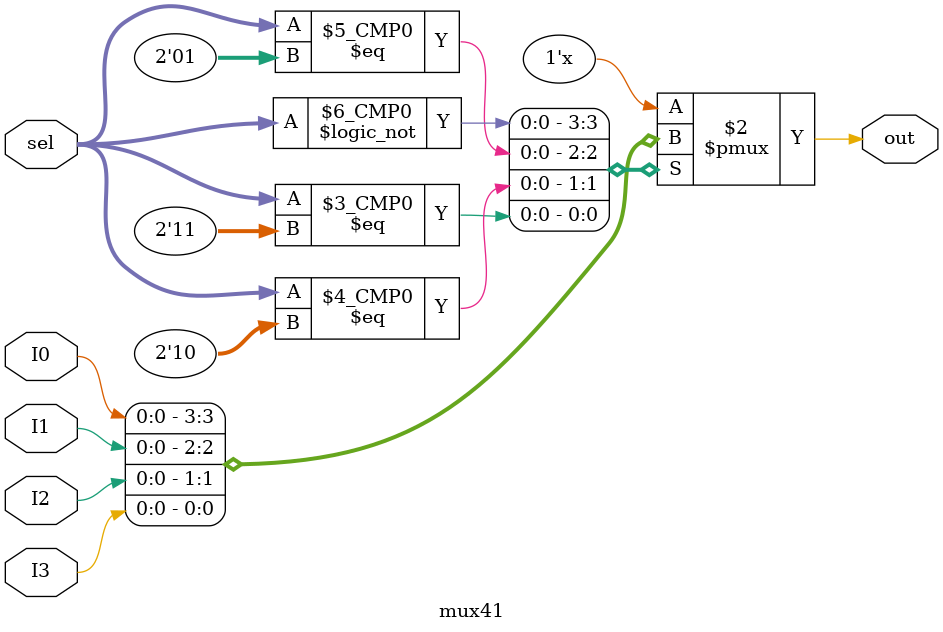
<source format=v>
`timescale 1ns / 1ps


module mux41(out, I0, I1, I2, I3, sel);
input I0, I1, I2, I3;
input [1:0]sel;
output out;
reg out;

always @(I0, I1, I2, I3, sel)
    begin
        case (sel)
         2'b00: out = I0;
         2'b01: out = I1;
         2'b10: out = I2;
         2'b11: out = I3;
         default: out = 0;
        endcase
    end
endmodule

</source>
